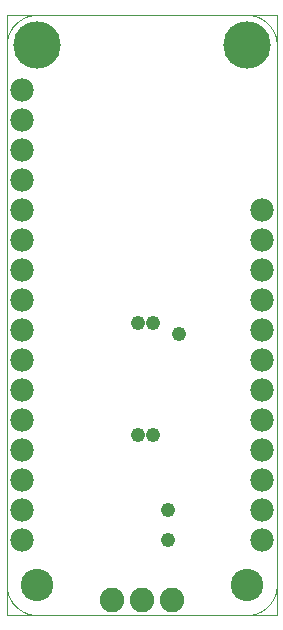
<source format=gbs>
G75*
%MOIN*%
%OFA0B0*%
%FSLAX25Y25*%
%IPPOS*%
%LPD*%
%AMOC8*
5,1,8,0,0,1.08239X$1,22.5*
%
%ADD10C,0.00000*%
%ADD11C,0.08200*%
%ADD12C,0.10800*%
%ADD13C,0.15800*%
%ADD14C,0.07800*%
%ADD15C,0.04762*%
D10*
X0005000Y0004300D02*
X0005000Y0204261D01*
X0094951Y0204261D01*
X0094951Y0004300D01*
X0005000Y0004300D01*
X0005000Y0014300D02*
X0005000Y0194300D01*
X0005003Y0194542D01*
X0005012Y0194783D01*
X0005026Y0195024D01*
X0005047Y0195265D01*
X0005073Y0195505D01*
X0005105Y0195745D01*
X0005143Y0195984D01*
X0005186Y0196221D01*
X0005236Y0196458D01*
X0005291Y0196693D01*
X0005351Y0196927D01*
X0005418Y0197159D01*
X0005489Y0197390D01*
X0005567Y0197619D01*
X0005650Y0197846D01*
X0005738Y0198071D01*
X0005832Y0198294D01*
X0005931Y0198514D01*
X0006036Y0198732D01*
X0006145Y0198947D01*
X0006260Y0199160D01*
X0006380Y0199370D01*
X0006505Y0199576D01*
X0006635Y0199780D01*
X0006770Y0199981D01*
X0006910Y0200178D01*
X0007054Y0200372D01*
X0007203Y0200562D01*
X0007357Y0200748D01*
X0007515Y0200931D01*
X0007677Y0201110D01*
X0007844Y0201285D01*
X0008015Y0201456D01*
X0008190Y0201623D01*
X0008369Y0201785D01*
X0008552Y0201943D01*
X0008738Y0202097D01*
X0008928Y0202246D01*
X0009122Y0202390D01*
X0009319Y0202530D01*
X0009520Y0202665D01*
X0009724Y0202795D01*
X0009930Y0202920D01*
X0010140Y0203040D01*
X0010353Y0203155D01*
X0010568Y0203264D01*
X0010786Y0203369D01*
X0011006Y0203468D01*
X0011229Y0203562D01*
X0011454Y0203650D01*
X0011681Y0203733D01*
X0011910Y0203811D01*
X0012141Y0203882D01*
X0012373Y0203949D01*
X0012607Y0204009D01*
X0012842Y0204064D01*
X0013079Y0204114D01*
X0013316Y0204157D01*
X0013555Y0204195D01*
X0013795Y0204227D01*
X0014035Y0204253D01*
X0014276Y0204274D01*
X0014517Y0204288D01*
X0014758Y0204297D01*
X0015000Y0204300D01*
X0085000Y0204300D01*
X0085242Y0204297D01*
X0085483Y0204288D01*
X0085724Y0204274D01*
X0085965Y0204253D01*
X0086205Y0204227D01*
X0086445Y0204195D01*
X0086684Y0204157D01*
X0086921Y0204114D01*
X0087158Y0204064D01*
X0087393Y0204009D01*
X0087627Y0203949D01*
X0087859Y0203882D01*
X0088090Y0203811D01*
X0088319Y0203733D01*
X0088546Y0203650D01*
X0088771Y0203562D01*
X0088994Y0203468D01*
X0089214Y0203369D01*
X0089432Y0203264D01*
X0089647Y0203155D01*
X0089860Y0203040D01*
X0090070Y0202920D01*
X0090276Y0202795D01*
X0090480Y0202665D01*
X0090681Y0202530D01*
X0090878Y0202390D01*
X0091072Y0202246D01*
X0091262Y0202097D01*
X0091448Y0201943D01*
X0091631Y0201785D01*
X0091810Y0201623D01*
X0091985Y0201456D01*
X0092156Y0201285D01*
X0092323Y0201110D01*
X0092485Y0200931D01*
X0092643Y0200748D01*
X0092797Y0200562D01*
X0092946Y0200372D01*
X0093090Y0200178D01*
X0093230Y0199981D01*
X0093365Y0199780D01*
X0093495Y0199576D01*
X0093620Y0199370D01*
X0093740Y0199160D01*
X0093855Y0198947D01*
X0093964Y0198732D01*
X0094069Y0198514D01*
X0094168Y0198294D01*
X0094262Y0198071D01*
X0094350Y0197846D01*
X0094433Y0197619D01*
X0094511Y0197390D01*
X0094582Y0197159D01*
X0094649Y0196927D01*
X0094709Y0196693D01*
X0094764Y0196458D01*
X0094814Y0196221D01*
X0094857Y0195984D01*
X0094895Y0195745D01*
X0094927Y0195505D01*
X0094953Y0195265D01*
X0094974Y0195024D01*
X0094988Y0194783D01*
X0094997Y0194542D01*
X0095000Y0194300D01*
X0095000Y0014300D01*
X0080000Y0014300D02*
X0080002Y0014441D01*
X0080008Y0014582D01*
X0080018Y0014722D01*
X0080032Y0014862D01*
X0080050Y0015002D01*
X0080071Y0015141D01*
X0080097Y0015280D01*
X0080126Y0015418D01*
X0080160Y0015554D01*
X0080197Y0015690D01*
X0080238Y0015825D01*
X0080283Y0015959D01*
X0080332Y0016091D01*
X0080384Y0016222D01*
X0080440Y0016351D01*
X0080500Y0016478D01*
X0080563Y0016604D01*
X0080629Y0016728D01*
X0080700Y0016851D01*
X0080773Y0016971D01*
X0080850Y0017089D01*
X0080930Y0017205D01*
X0081014Y0017318D01*
X0081100Y0017429D01*
X0081190Y0017538D01*
X0081283Y0017644D01*
X0081378Y0017747D01*
X0081477Y0017848D01*
X0081578Y0017946D01*
X0081682Y0018041D01*
X0081789Y0018133D01*
X0081898Y0018222D01*
X0082010Y0018307D01*
X0082124Y0018390D01*
X0082240Y0018470D01*
X0082359Y0018546D01*
X0082480Y0018618D01*
X0082602Y0018688D01*
X0082727Y0018753D01*
X0082853Y0018816D01*
X0082981Y0018874D01*
X0083111Y0018929D01*
X0083242Y0018981D01*
X0083375Y0019028D01*
X0083509Y0019072D01*
X0083644Y0019113D01*
X0083780Y0019149D01*
X0083917Y0019181D01*
X0084055Y0019210D01*
X0084193Y0019235D01*
X0084333Y0019255D01*
X0084473Y0019272D01*
X0084613Y0019285D01*
X0084754Y0019294D01*
X0084894Y0019299D01*
X0085035Y0019300D01*
X0085176Y0019297D01*
X0085317Y0019290D01*
X0085457Y0019279D01*
X0085597Y0019264D01*
X0085737Y0019245D01*
X0085876Y0019223D01*
X0086014Y0019196D01*
X0086152Y0019166D01*
X0086288Y0019131D01*
X0086424Y0019093D01*
X0086558Y0019051D01*
X0086692Y0019005D01*
X0086824Y0018956D01*
X0086954Y0018902D01*
X0087083Y0018845D01*
X0087210Y0018785D01*
X0087336Y0018721D01*
X0087459Y0018653D01*
X0087581Y0018582D01*
X0087701Y0018508D01*
X0087818Y0018430D01*
X0087933Y0018349D01*
X0088046Y0018265D01*
X0088157Y0018178D01*
X0088265Y0018087D01*
X0088370Y0017994D01*
X0088473Y0017897D01*
X0088573Y0017798D01*
X0088670Y0017696D01*
X0088764Y0017591D01*
X0088855Y0017484D01*
X0088943Y0017374D01*
X0089028Y0017262D01*
X0089110Y0017147D01*
X0089189Y0017030D01*
X0089264Y0016911D01*
X0089336Y0016790D01*
X0089404Y0016667D01*
X0089469Y0016542D01*
X0089531Y0016415D01*
X0089588Y0016286D01*
X0089643Y0016156D01*
X0089693Y0016025D01*
X0089740Y0015892D01*
X0089783Y0015758D01*
X0089822Y0015622D01*
X0089857Y0015486D01*
X0089889Y0015349D01*
X0089916Y0015211D01*
X0089940Y0015072D01*
X0089960Y0014932D01*
X0089976Y0014792D01*
X0089988Y0014652D01*
X0089996Y0014511D01*
X0090000Y0014370D01*
X0090000Y0014230D01*
X0089996Y0014089D01*
X0089988Y0013948D01*
X0089976Y0013808D01*
X0089960Y0013668D01*
X0089940Y0013528D01*
X0089916Y0013389D01*
X0089889Y0013251D01*
X0089857Y0013114D01*
X0089822Y0012978D01*
X0089783Y0012842D01*
X0089740Y0012708D01*
X0089693Y0012575D01*
X0089643Y0012444D01*
X0089588Y0012314D01*
X0089531Y0012185D01*
X0089469Y0012058D01*
X0089404Y0011933D01*
X0089336Y0011810D01*
X0089264Y0011689D01*
X0089189Y0011570D01*
X0089110Y0011453D01*
X0089028Y0011338D01*
X0088943Y0011226D01*
X0088855Y0011116D01*
X0088764Y0011009D01*
X0088670Y0010904D01*
X0088573Y0010802D01*
X0088473Y0010703D01*
X0088370Y0010606D01*
X0088265Y0010513D01*
X0088157Y0010422D01*
X0088046Y0010335D01*
X0087933Y0010251D01*
X0087818Y0010170D01*
X0087701Y0010092D01*
X0087581Y0010018D01*
X0087459Y0009947D01*
X0087336Y0009879D01*
X0087210Y0009815D01*
X0087083Y0009755D01*
X0086954Y0009698D01*
X0086824Y0009644D01*
X0086692Y0009595D01*
X0086558Y0009549D01*
X0086424Y0009507D01*
X0086288Y0009469D01*
X0086152Y0009434D01*
X0086014Y0009404D01*
X0085876Y0009377D01*
X0085737Y0009355D01*
X0085597Y0009336D01*
X0085457Y0009321D01*
X0085317Y0009310D01*
X0085176Y0009303D01*
X0085035Y0009300D01*
X0084894Y0009301D01*
X0084754Y0009306D01*
X0084613Y0009315D01*
X0084473Y0009328D01*
X0084333Y0009345D01*
X0084193Y0009365D01*
X0084055Y0009390D01*
X0083917Y0009419D01*
X0083780Y0009451D01*
X0083644Y0009487D01*
X0083509Y0009528D01*
X0083375Y0009572D01*
X0083242Y0009619D01*
X0083111Y0009671D01*
X0082981Y0009726D01*
X0082853Y0009784D01*
X0082727Y0009847D01*
X0082602Y0009912D01*
X0082480Y0009982D01*
X0082359Y0010054D01*
X0082240Y0010130D01*
X0082124Y0010210D01*
X0082010Y0010293D01*
X0081898Y0010378D01*
X0081789Y0010467D01*
X0081682Y0010559D01*
X0081578Y0010654D01*
X0081477Y0010752D01*
X0081378Y0010853D01*
X0081283Y0010956D01*
X0081190Y0011062D01*
X0081100Y0011171D01*
X0081014Y0011282D01*
X0080930Y0011395D01*
X0080850Y0011511D01*
X0080773Y0011629D01*
X0080700Y0011749D01*
X0080629Y0011872D01*
X0080563Y0011996D01*
X0080500Y0012122D01*
X0080440Y0012249D01*
X0080384Y0012378D01*
X0080332Y0012509D01*
X0080283Y0012641D01*
X0080238Y0012775D01*
X0080197Y0012910D01*
X0080160Y0013046D01*
X0080126Y0013182D01*
X0080097Y0013320D01*
X0080071Y0013459D01*
X0080050Y0013598D01*
X0080032Y0013738D01*
X0080018Y0013878D01*
X0080008Y0014018D01*
X0080002Y0014159D01*
X0080000Y0014300D01*
X0085000Y0004300D02*
X0085242Y0004303D01*
X0085483Y0004312D01*
X0085724Y0004326D01*
X0085965Y0004347D01*
X0086205Y0004373D01*
X0086445Y0004405D01*
X0086684Y0004443D01*
X0086921Y0004486D01*
X0087158Y0004536D01*
X0087393Y0004591D01*
X0087627Y0004651D01*
X0087859Y0004718D01*
X0088090Y0004789D01*
X0088319Y0004867D01*
X0088546Y0004950D01*
X0088771Y0005038D01*
X0088994Y0005132D01*
X0089214Y0005231D01*
X0089432Y0005336D01*
X0089647Y0005445D01*
X0089860Y0005560D01*
X0090070Y0005680D01*
X0090276Y0005805D01*
X0090480Y0005935D01*
X0090681Y0006070D01*
X0090878Y0006210D01*
X0091072Y0006354D01*
X0091262Y0006503D01*
X0091448Y0006657D01*
X0091631Y0006815D01*
X0091810Y0006977D01*
X0091985Y0007144D01*
X0092156Y0007315D01*
X0092323Y0007490D01*
X0092485Y0007669D01*
X0092643Y0007852D01*
X0092797Y0008038D01*
X0092946Y0008228D01*
X0093090Y0008422D01*
X0093230Y0008619D01*
X0093365Y0008820D01*
X0093495Y0009024D01*
X0093620Y0009230D01*
X0093740Y0009440D01*
X0093855Y0009653D01*
X0093964Y0009868D01*
X0094069Y0010086D01*
X0094168Y0010306D01*
X0094262Y0010529D01*
X0094350Y0010754D01*
X0094433Y0010981D01*
X0094511Y0011210D01*
X0094582Y0011441D01*
X0094649Y0011673D01*
X0094709Y0011907D01*
X0094764Y0012142D01*
X0094814Y0012379D01*
X0094857Y0012616D01*
X0094895Y0012855D01*
X0094927Y0013095D01*
X0094953Y0013335D01*
X0094974Y0013576D01*
X0094988Y0013817D01*
X0094997Y0014058D01*
X0095000Y0014300D01*
X0085000Y0004300D02*
X0015000Y0004300D01*
X0010000Y0014300D02*
X0010002Y0014441D01*
X0010008Y0014582D01*
X0010018Y0014722D01*
X0010032Y0014862D01*
X0010050Y0015002D01*
X0010071Y0015141D01*
X0010097Y0015280D01*
X0010126Y0015418D01*
X0010160Y0015554D01*
X0010197Y0015690D01*
X0010238Y0015825D01*
X0010283Y0015959D01*
X0010332Y0016091D01*
X0010384Y0016222D01*
X0010440Y0016351D01*
X0010500Y0016478D01*
X0010563Y0016604D01*
X0010629Y0016728D01*
X0010700Y0016851D01*
X0010773Y0016971D01*
X0010850Y0017089D01*
X0010930Y0017205D01*
X0011014Y0017318D01*
X0011100Y0017429D01*
X0011190Y0017538D01*
X0011283Y0017644D01*
X0011378Y0017747D01*
X0011477Y0017848D01*
X0011578Y0017946D01*
X0011682Y0018041D01*
X0011789Y0018133D01*
X0011898Y0018222D01*
X0012010Y0018307D01*
X0012124Y0018390D01*
X0012240Y0018470D01*
X0012359Y0018546D01*
X0012480Y0018618D01*
X0012602Y0018688D01*
X0012727Y0018753D01*
X0012853Y0018816D01*
X0012981Y0018874D01*
X0013111Y0018929D01*
X0013242Y0018981D01*
X0013375Y0019028D01*
X0013509Y0019072D01*
X0013644Y0019113D01*
X0013780Y0019149D01*
X0013917Y0019181D01*
X0014055Y0019210D01*
X0014193Y0019235D01*
X0014333Y0019255D01*
X0014473Y0019272D01*
X0014613Y0019285D01*
X0014754Y0019294D01*
X0014894Y0019299D01*
X0015035Y0019300D01*
X0015176Y0019297D01*
X0015317Y0019290D01*
X0015457Y0019279D01*
X0015597Y0019264D01*
X0015737Y0019245D01*
X0015876Y0019223D01*
X0016014Y0019196D01*
X0016152Y0019166D01*
X0016288Y0019131D01*
X0016424Y0019093D01*
X0016558Y0019051D01*
X0016692Y0019005D01*
X0016824Y0018956D01*
X0016954Y0018902D01*
X0017083Y0018845D01*
X0017210Y0018785D01*
X0017336Y0018721D01*
X0017459Y0018653D01*
X0017581Y0018582D01*
X0017701Y0018508D01*
X0017818Y0018430D01*
X0017933Y0018349D01*
X0018046Y0018265D01*
X0018157Y0018178D01*
X0018265Y0018087D01*
X0018370Y0017994D01*
X0018473Y0017897D01*
X0018573Y0017798D01*
X0018670Y0017696D01*
X0018764Y0017591D01*
X0018855Y0017484D01*
X0018943Y0017374D01*
X0019028Y0017262D01*
X0019110Y0017147D01*
X0019189Y0017030D01*
X0019264Y0016911D01*
X0019336Y0016790D01*
X0019404Y0016667D01*
X0019469Y0016542D01*
X0019531Y0016415D01*
X0019588Y0016286D01*
X0019643Y0016156D01*
X0019693Y0016025D01*
X0019740Y0015892D01*
X0019783Y0015758D01*
X0019822Y0015622D01*
X0019857Y0015486D01*
X0019889Y0015349D01*
X0019916Y0015211D01*
X0019940Y0015072D01*
X0019960Y0014932D01*
X0019976Y0014792D01*
X0019988Y0014652D01*
X0019996Y0014511D01*
X0020000Y0014370D01*
X0020000Y0014230D01*
X0019996Y0014089D01*
X0019988Y0013948D01*
X0019976Y0013808D01*
X0019960Y0013668D01*
X0019940Y0013528D01*
X0019916Y0013389D01*
X0019889Y0013251D01*
X0019857Y0013114D01*
X0019822Y0012978D01*
X0019783Y0012842D01*
X0019740Y0012708D01*
X0019693Y0012575D01*
X0019643Y0012444D01*
X0019588Y0012314D01*
X0019531Y0012185D01*
X0019469Y0012058D01*
X0019404Y0011933D01*
X0019336Y0011810D01*
X0019264Y0011689D01*
X0019189Y0011570D01*
X0019110Y0011453D01*
X0019028Y0011338D01*
X0018943Y0011226D01*
X0018855Y0011116D01*
X0018764Y0011009D01*
X0018670Y0010904D01*
X0018573Y0010802D01*
X0018473Y0010703D01*
X0018370Y0010606D01*
X0018265Y0010513D01*
X0018157Y0010422D01*
X0018046Y0010335D01*
X0017933Y0010251D01*
X0017818Y0010170D01*
X0017701Y0010092D01*
X0017581Y0010018D01*
X0017459Y0009947D01*
X0017336Y0009879D01*
X0017210Y0009815D01*
X0017083Y0009755D01*
X0016954Y0009698D01*
X0016824Y0009644D01*
X0016692Y0009595D01*
X0016558Y0009549D01*
X0016424Y0009507D01*
X0016288Y0009469D01*
X0016152Y0009434D01*
X0016014Y0009404D01*
X0015876Y0009377D01*
X0015737Y0009355D01*
X0015597Y0009336D01*
X0015457Y0009321D01*
X0015317Y0009310D01*
X0015176Y0009303D01*
X0015035Y0009300D01*
X0014894Y0009301D01*
X0014754Y0009306D01*
X0014613Y0009315D01*
X0014473Y0009328D01*
X0014333Y0009345D01*
X0014193Y0009365D01*
X0014055Y0009390D01*
X0013917Y0009419D01*
X0013780Y0009451D01*
X0013644Y0009487D01*
X0013509Y0009528D01*
X0013375Y0009572D01*
X0013242Y0009619D01*
X0013111Y0009671D01*
X0012981Y0009726D01*
X0012853Y0009784D01*
X0012727Y0009847D01*
X0012602Y0009912D01*
X0012480Y0009982D01*
X0012359Y0010054D01*
X0012240Y0010130D01*
X0012124Y0010210D01*
X0012010Y0010293D01*
X0011898Y0010378D01*
X0011789Y0010467D01*
X0011682Y0010559D01*
X0011578Y0010654D01*
X0011477Y0010752D01*
X0011378Y0010853D01*
X0011283Y0010956D01*
X0011190Y0011062D01*
X0011100Y0011171D01*
X0011014Y0011282D01*
X0010930Y0011395D01*
X0010850Y0011511D01*
X0010773Y0011629D01*
X0010700Y0011749D01*
X0010629Y0011872D01*
X0010563Y0011996D01*
X0010500Y0012122D01*
X0010440Y0012249D01*
X0010384Y0012378D01*
X0010332Y0012509D01*
X0010283Y0012641D01*
X0010238Y0012775D01*
X0010197Y0012910D01*
X0010160Y0013046D01*
X0010126Y0013182D01*
X0010097Y0013320D01*
X0010071Y0013459D01*
X0010050Y0013598D01*
X0010032Y0013738D01*
X0010018Y0013878D01*
X0010008Y0014018D01*
X0010002Y0014159D01*
X0010000Y0014300D01*
X0005000Y0014300D02*
X0005003Y0014058D01*
X0005012Y0013817D01*
X0005026Y0013576D01*
X0005047Y0013335D01*
X0005073Y0013095D01*
X0005105Y0012855D01*
X0005143Y0012616D01*
X0005186Y0012379D01*
X0005236Y0012142D01*
X0005291Y0011907D01*
X0005351Y0011673D01*
X0005418Y0011441D01*
X0005489Y0011210D01*
X0005567Y0010981D01*
X0005650Y0010754D01*
X0005738Y0010529D01*
X0005832Y0010306D01*
X0005931Y0010086D01*
X0006036Y0009868D01*
X0006145Y0009653D01*
X0006260Y0009440D01*
X0006380Y0009230D01*
X0006505Y0009024D01*
X0006635Y0008820D01*
X0006770Y0008619D01*
X0006910Y0008422D01*
X0007054Y0008228D01*
X0007203Y0008038D01*
X0007357Y0007852D01*
X0007515Y0007669D01*
X0007677Y0007490D01*
X0007844Y0007315D01*
X0008015Y0007144D01*
X0008190Y0006977D01*
X0008369Y0006815D01*
X0008552Y0006657D01*
X0008738Y0006503D01*
X0008928Y0006354D01*
X0009122Y0006210D01*
X0009319Y0006070D01*
X0009520Y0005935D01*
X0009724Y0005805D01*
X0009930Y0005680D01*
X0010140Y0005560D01*
X0010353Y0005445D01*
X0010568Y0005336D01*
X0010786Y0005231D01*
X0011006Y0005132D01*
X0011229Y0005038D01*
X0011454Y0004950D01*
X0011681Y0004867D01*
X0011910Y0004789D01*
X0012141Y0004718D01*
X0012373Y0004651D01*
X0012607Y0004591D01*
X0012842Y0004536D01*
X0013079Y0004486D01*
X0013316Y0004443D01*
X0013555Y0004405D01*
X0013795Y0004373D01*
X0014035Y0004347D01*
X0014276Y0004326D01*
X0014517Y0004312D01*
X0014758Y0004303D01*
X0015000Y0004300D01*
D11*
X0040000Y0009300D03*
X0050000Y0009300D03*
X0060000Y0009300D03*
D12*
X0085000Y0014300D03*
X0015000Y0014300D03*
D13*
X0015000Y0194300D03*
X0085000Y0194300D03*
D14*
X0090000Y0139300D03*
X0090000Y0129300D03*
X0090000Y0119300D03*
X0090000Y0109300D03*
X0090000Y0099300D03*
X0090000Y0089300D03*
X0090000Y0079300D03*
X0090000Y0069300D03*
X0090000Y0059300D03*
X0090000Y0049300D03*
X0090000Y0039300D03*
X0090000Y0029300D03*
X0010000Y0029300D03*
X0010000Y0039300D03*
X0010000Y0049300D03*
X0010000Y0059300D03*
X0010000Y0069300D03*
X0010000Y0079300D03*
X0010000Y0089300D03*
X0010000Y0099300D03*
X0010000Y0109300D03*
X0010000Y0119300D03*
X0010000Y0129300D03*
X0010000Y0139300D03*
X0010000Y0149300D03*
X0010000Y0159300D03*
X0010000Y0169300D03*
X0010000Y0179300D03*
D15*
X0048701Y0101495D03*
X0053819Y0101529D03*
X0062500Y0098050D03*
X0053750Y0064300D03*
X0048750Y0064300D03*
X0058750Y0039300D03*
X0058750Y0029300D03*
M02*

</source>
